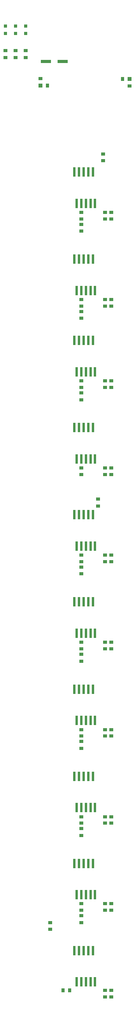
<source format=gtp>
%FSLAX25Y25*%
%MOIN*%
G70*
G01*
G75*
G04 Layer_Color=8421504*
%ADD10R,0.03543X0.02756*%
%ADD11R,0.03150X0.03150*%
%ADD12R,0.03543X0.03150*%
%ADD13R,0.02756X0.03543*%
%ADD14R,0.03543X0.03543*%
%ADD15R,0.03150X0.03543*%
%ADD16R,0.08661X0.02756*%
%ADD17R,0.01969X0.07874*%
%ADD18C,0.02500*%
%ADD19C,0.01600*%
%ADD20C,0.01800*%
%ADD21C,0.01500*%
%ADD22C,0.05906*%
%ADD23R,0.05906X0.05906*%
%ADD24C,0.12500*%
%ADD25R,0.05906X0.05906*%
%ADD26C,0.06100*%
%ADD27C,0.04000*%
%ADD28C,0.02500*%
%ADD29C,0.03500*%
%ADD30C,0.09449*%
%ADD31C,0.09843*%
%ADD32C,0.18000*%
%ADD33C,0.12000*%
%ADD34C,0.00787*%
%ADD35C,0.00800*%
%ADD36C,0.01000*%
D10*
X249409Y1187992D02*
D03*
Y1193898D02*
D03*
X338500Y1163547D02*
D03*
X262000Y1169953D02*
D03*
X240649Y1187992D02*
D03*
Y1193898D02*
D03*
X231890Y1187992D02*
D03*
Y1193898D02*
D03*
X270374Y440846D02*
D03*
Y446752D02*
D03*
X297047Y452658D02*
D03*
Y446752D02*
D03*
Y527264D02*
D03*
Y521358D02*
D03*
X296949Y601968D02*
D03*
Y596063D02*
D03*
X297047Y676673D02*
D03*
Y670768D02*
D03*
Y751378D02*
D03*
Y745472D02*
D03*
X311221Y803642D02*
D03*
Y809547D02*
D03*
X297047Y894783D02*
D03*
Y900689D02*
D03*
Y964468D02*
D03*
Y970374D02*
D03*
Y1039173D02*
D03*
Y1045079D02*
D03*
X315748Y1099508D02*
D03*
Y1105413D02*
D03*
D11*
X249410Y1208563D02*
D03*
Y1214862D02*
D03*
X231890Y1208563D02*
D03*
Y1214862D02*
D03*
X240649Y1208563D02*
D03*
Y1214862D02*
D03*
D12*
X297047Y537401D02*
D03*
Y531890D02*
D03*
X297047Y756004D02*
D03*
Y761516D02*
D03*
X322736Y1049705D02*
D03*
Y1055217D02*
D03*
X317520Y1055217D02*
D03*
Y1049705D02*
D03*
X297047Y1055217D02*
D03*
Y1049705D02*
D03*
X322736Y980512D02*
D03*
Y975000D02*
D03*
X317520Y980512D02*
D03*
Y975000D02*
D03*
X297047Y975000D02*
D03*
Y980512D02*
D03*
X322736Y910827D02*
D03*
Y905315D02*
D03*
X317520Y910827D02*
D03*
Y905315D02*
D03*
X297047Y905315D02*
D03*
Y910827D02*
D03*
Y830709D02*
D03*
Y836220D02*
D03*
X317520Y836220D02*
D03*
Y830709D02*
D03*
X322736Y836220D02*
D03*
Y830709D02*
D03*
X317520Y761516D02*
D03*
Y756004D02*
D03*
X322736Y761516D02*
D03*
Y756004D02*
D03*
X317520Y681299D02*
D03*
Y686811D02*
D03*
X322736Y681299D02*
D03*
Y686811D02*
D03*
X297047Y686811D02*
D03*
Y681299D02*
D03*
X322736Y606595D02*
D03*
Y612106D02*
D03*
X296949Y612106D02*
D03*
Y606594D02*
D03*
X317520Y606595D02*
D03*
Y612106D02*
D03*
X322736Y531890D02*
D03*
Y537402D02*
D03*
X317520Y531890D02*
D03*
Y537402D02*
D03*
X322736Y457283D02*
D03*
Y462795D02*
D03*
X317520Y457283D02*
D03*
Y462795D02*
D03*
X297047Y462795D02*
D03*
Y457283D02*
D03*
X322736Y383071D02*
D03*
Y388583D02*
D03*
X317520Y383071D02*
D03*
Y388583D02*
D03*
D13*
X332500Y1169500D02*
D03*
X268000Y1164000D02*
D03*
D14*
X338500Y1169500D02*
D03*
X262000Y1164000D02*
D03*
D15*
X287008Y388484D02*
D03*
X281496D02*
D03*
D16*
X266535Y1184547D02*
D03*
X281102D02*
D03*
D17*
X308858Y694682D02*
D03*
X304921D02*
D03*
X300984D02*
D03*
X297047D02*
D03*
X293110Y694682D02*
D03*
X306890Y721454D02*
D03*
X302953D02*
D03*
X299016D02*
D03*
X295079D02*
D03*
X291142D02*
D03*
Y646768D02*
D03*
X295079D02*
D03*
X299016D02*
D03*
X302953D02*
D03*
X306890D02*
D03*
X293110Y619996D02*
D03*
X297047Y619996D02*
D03*
X300984D02*
D03*
X304921D02*
D03*
X308858D02*
D03*
Y545310D02*
D03*
X304921D02*
D03*
X300984D02*
D03*
X297047D02*
D03*
X293110Y545310D02*
D03*
X306890Y572081D02*
D03*
X302953D02*
D03*
X299016D02*
D03*
X295079D02*
D03*
X291142D02*
D03*
Y497395D02*
D03*
X295079D02*
D03*
X299016D02*
D03*
X302953D02*
D03*
X306890D02*
D03*
X293110Y470623D02*
D03*
X297047Y470623D02*
D03*
X300984D02*
D03*
X304921D02*
D03*
X308858D02*
D03*
Y769369D02*
D03*
X304921D02*
D03*
X300984D02*
D03*
X297047D02*
D03*
X293110Y769369D02*
D03*
X306890Y796140D02*
D03*
X302953D02*
D03*
X299016D02*
D03*
X295079D02*
D03*
X291142D02*
D03*
Y870827D02*
D03*
X295079D02*
D03*
X299016D02*
D03*
X302953D02*
D03*
X306890D02*
D03*
X293110Y844055D02*
D03*
X297047Y844055D02*
D03*
X300984D02*
D03*
X304921D02*
D03*
X308858D02*
D03*
Y918741D02*
D03*
X304921D02*
D03*
X300984D02*
D03*
X297047D02*
D03*
X293110Y918741D02*
D03*
X306890Y945513D02*
D03*
X302953D02*
D03*
X299016D02*
D03*
X295079D02*
D03*
X291142D02*
D03*
Y1015180D02*
D03*
X295079D02*
D03*
X299016D02*
D03*
X302953D02*
D03*
X306890D02*
D03*
X293110Y988408D02*
D03*
X297047Y988408D02*
D03*
X300984D02*
D03*
X304921D02*
D03*
X308858D02*
D03*
Y1063094D02*
D03*
X304921D02*
D03*
X300984D02*
D03*
X297047D02*
D03*
X293110Y1063094D02*
D03*
X306890Y1089866D02*
D03*
X302953D02*
D03*
X299016D02*
D03*
X295079D02*
D03*
X291142D02*
D03*
Y422709D02*
D03*
X295079D02*
D03*
X299016D02*
D03*
X302953D02*
D03*
X306890D02*
D03*
X293110Y395937D02*
D03*
X297047Y395937D02*
D03*
X300984D02*
D03*
X304921D02*
D03*
X308858D02*
D03*
M02*

</source>
